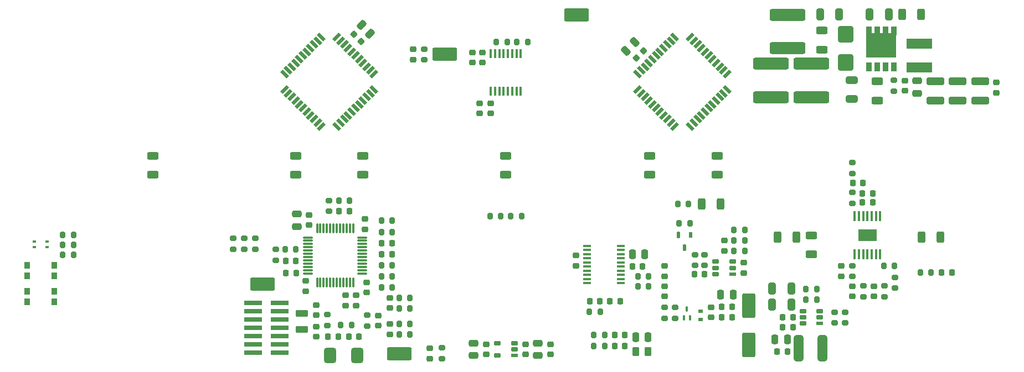
<source format=gtp>
%TF.GenerationSoftware,KiCad,Pcbnew,8.0.5*%
%TF.CreationDate,2024-10-12T21:51:14-07:00*%
%TF.ProjectId,STM32_Nixie,53544d33-325f-44e6-9978-69652e6b6963,rev?*%
%TF.SameCoordinates,Original*%
%TF.FileFunction,Paste,Top*%
%TF.FilePolarity,Positive*%
%FSLAX46Y46*%
G04 Gerber Fmt 4.6, Leading zero omitted, Abs format (unit mm)*
G04 Created by KiCad (PCBNEW 8.0.5) date 2024-10-12 21:51:14*
%MOMM*%
%LPD*%
G01*
G04 APERTURE LIST*
G04 Aperture macros list*
%AMRoundRect*
0 Rectangle with rounded corners*
0 $1 Rounding radius*
0 $2 $3 $4 $5 $6 $7 $8 $9 X,Y pos of 4 corners*
0 Add a 4 corners polygon primitive as box body*
4,1,4,$2,$3,$4,$5,$6,$7,$8,$9,$2,$3,0*
0 Add four circle primitives for the rounded corners*
1,1,$1+$1,$2,$3*
1,1,$1+$1,$4,$5*
1,1,$1+$1,$6,$7*
1,1,$1+$1,$8,$9*
0 Add four rect primitives between the rounded corners*
20,1,$1+$1,$2,$3,$4,$5,0*
20,1,$1+$1,$4,$5,$6,$7,0*
20,1,$1+$1,$6,$7,$8,$9,0*
20,1,$1+$1,$8,$9,$2,$3,0*%
%AMRotRect*
0 Rectangle, with rotation*
0 The origin of the aperture is its center*
0 $1 length*
0 $2 width*
0 $3 Rotation angle, in degrees counterclockwise*
0 Add horizontal line*
21,1,$1,$2,0,0,$3*%
G04 Aperture macros list end*
%ADD10C,0.000000*%
%ADD11RoundRect,0.100000X-0.100000X0.300000X-0.100000X-0.300000X0.100000X-0.300000X0.100000X0.300000X0*%
%ADD12RoundRect,0.250000X-2.450000X0.650000X-2.450000X-0.650000X2.450000X-0.650000X2.450000X0.650000X0*%
%ADD13RoundRect,0.250000X2.450000X-0.650000X2.450000X0.650000X-2.450000X0.650000X-2.450000X-0.650000X0*%
%ADD14RoundRect,0.304500X1.595500X0.710500X-1.595500X0.710500X-1.595500X-0.710500X1.595500X-0.710500X0*%
%ADD15RoundRect,0.304500X-0.710500X1.595500X-0.710500X-1.595500X0.710500X-1.595500X0.710500X1.595500X0*%
%ADD16RoundRect,0.304500X0.710500X-1.595500X0.710500X1.595500X-0.710500X1.595500X-0.710500X-1.595500X0*%
%ADD17RoundRect,0.304500X-1.595500X-0.710500X1.595500X-0.710500X1.595500X0.710500X-1.595500X0.710500X0*%
%ADD18R,4.660000X3.750000*%
%ADD19R,0.850000X1.450000*%
%ADD20RoundRect,0.275000X-0.675000X0.275000X-0.675000X-0.275000X0.675000X-0.275000X0.675000X0.275000X0*%
%ADD21RotRect,0.500800X1.355600X135.000000*%
%ADD22RotRect,0.500800X1.355600X45.000000*%
%ADD23RotRect,0.500800X1.355600X225.000000*%
%ADD24R,0.355600X1.358900*%
%ADD25R,1.200000X0.400000*%
%ADD26RoundRect,0.200000X-0.200000X-0.275000X0.200000X-0.275000X0.200000X0.275000X-0.200000X0.275000X0*%
%ADD27RoundRect,0.200000X0.275000X-0.200000X0.275000X0.200000X-0.275000X0.200000X-0.275000X-0.200000X0*%
%ADD28RoundRect,0.225000X0.225000X0.250000X-0.225000X0.250000X-0.225000X-0.250000X0.225000X-0.250000X0*%
%ADD29RoundRect,0.475000X-0.475000X-0.725000X0.475000X-0.725000X0.475000X0.725000X-0.475000X0.725000X0*%
%ADD30RoundRect,0.225000X-0.250000X0.225000X-0.250000X-0.225000X0.250000X-0.225000X0.250000X0.225000X0*%
%ADD31RoundRect,0.218750X0.256250X-0.218750X0.256250X0.218750X-0.256250X0.218750X-0.256250X-0.218750X0*%
%ADD32RoundRect,0.200000X0.200000X0.275000X-0.200000X0.275000X-0.200000X-0.275000X0.200000X-0.275000X0*%
%ADD33RoundRect,0.225000X0.250000X-0.225000X0.250000X0.225000X-0.250000X0.225000X-0.250000X-0.225000X0*%
%ADD34RoundRect,0.250000X-0.625000X0.312500X-0.625000X-0.312500X0.625000X-0.312500X0.625000X0.312500X0*%
%ADD35RoundRect,0.218750X-0.218750X-0.256250X0.218750X-0.256250X0.218750X0.256250X-0.218750X0.256250X0*%
%ADD36RoundRect,0.218750X-0.256250X0.218750X-0.256250X-0.218750X0.256250X-0.218750X0.256250X0.218750X0*%
%ADD37RoundRect,0.200000X-0.275000X0.200000X-0.275000X-0.200000X0.275000X-0.200000X0.275000X0.200000X0*%
%ADD38RoundRect,0.250000X0.312500X0.625000X-0.312500X0.625000X-0.312500X-0.625000X0.312500X-0.625000X0*%
%ADD39RoundRect,0.250000X0.250000X0.475000X-0.250000X0.475000X-0.250000X-0.475000X0.250000X-0.475000X0*%
%ADD40RoundRect,0.225000X-0.225000X-0.250000X0.225000X-0.250000X0.225000X0.250000X-0.225000X0.250000X0*%
%ADD41R,2.790000X0.740000*%
%ADD42RoundRect,0.148000X-1.247000X0.222000X-1.247000X-0.222000X1.247000X-0.222000X1.247000X0.222000X0*%
%ADD43RoundRect,0.250000X0.475000X-0.250000X0.475000X0.250000X-0.475000X0.250000X-0.475000X-0.250000X0*%
%ADD44RoundRect,0.250000X-0.650000X0.325000X-0.650000X-0.325000X0.650000X-0.325000X0.650000X0.325000X0*%
%ADD45RoundRect,0.250000X0.262500X0.450000X-0.262500X0.450000X-0.262500X-0.450000X0.262500X-0.450000X0*%
%ADD46R,4.000000X1.500000*%
%ADD47R,0.800000X0.550000*%
%ADD48RoundRect,0.250000X0.625000X-0.312500X0.625000X0.312500X-0.625000X0.312500X-0.625000X-0.312500X0*%
%ADD49RoundRect,0.375000X-0.375000X-1.625000X0.375000X-1.625000X0.375000X1.625000X-0.375000X1.625000X0*%
%ADD50RoundRect,0.250000X-1.100000X0.325000X-1.100000X-0.325000X1.100000X-0.325000X1.100000X0.325000X0*%
%ADD51R,1.100000X0.600000*%
%ADD52RoundRect,0.150000X0.400000X0.150000X-0.400000X0.150000X-0.400000X-0.150000X0.400000X-0.150000X0*%
%ADD53RoundRect,0.250000X-0.475000X0.250000X-0.475000X-0.250000X0.475000X-0.250000X0.475000X0.250000X0*%
%ADD54RoundRect,0.250000X-0.250000X-0.475000X0.250000X-0.475000X0.250000X0.475000X-0.250000X0.475000X0*%
%ADD55RoundRect,0.250000X-0.325000X-0.650000X0.325000X-0.650000X0.325000X0.650000X-0.325000X0.650000X0*%
%ADD56R,0.449999X1.500000*%
%ADD57R,0.584200X0.457200*%
%ADD58R,0.900000X1.000000*%
%ADD59RoundRect,0.250000X-0.312500X-0.625000X0.312500X-0.625000X0.312500X0.625000X-0.312500X0.625000X0*%
%ADD60RoundRect,0.250000X0.159099X-0.512652X0.512652X-0.159099X-0.159099X0.512652X-0.512652X0.159099X0*%
%ADD61RoundRect,0.075000X0.075000X-0.662500X0.075000X0.662500X-0.075000X0.662500X-0.075000X-0.662500X0*%
%ADD62RoundRect,0.075000X0.662500X-0.075000X0.662500X0.075000X-0.662500X0.075000X-0.662500X-0.075000X0*%
%ADD63RoundRect,0.250000X0.325000X0.650000X-0.325000X0.650000X-0.325000X-0.650000X0.325000X-0.650000X0*%
%ADD64RoundRect,0.218750X0.218750X0.256250X-0.218750X0.256250X-0.218750X-0.256250X0.218750X-0.256250X0*%
%ADD65R,0.560000X0.950000*%
%ADD66RoundRect,0.140000X-0.140000X0.335000X-0.140000X-0.335000X0.140000X-0.335000X0.140000X0.335000X0*%
%ADD67RoundRect,0.225000X0.017678X-0.335876X0.335876X-0.017678X-0.017678X0.335876X-0.335876X0.017678X0*%
%ADD68RoundRect,0.250000X-0.512652X-0.159099X-0.159099X-0.512652X0.512652X0.159099X0.159099X0.512652X0*%
%ADD69RoundRect,0.225000X-0.335876X-0.017678X-0.017678X-0.335876X0.335876X0.017678X0.017678X0.335876X0*%
%ADD70RoundRect,0.250000X0.900000X-1.000000X0.900000X1.000000X-0.900000X1.000000X-0.900000X-1.000000X0*%
G04 APERTURE END LIST*
D10*
%TO.C,U6*%
G36*
X208730000Y-96839999D02*
G01*
X208730000Y-98560001D01*
X208680000Y-98610001D01*
X205920000Y-98610001D01*
X205870000Y-98560001D01*
X205870000Y-96839999D01*
X205920000Y-96789999D01*
X208680000Y-96789999D01*
X208730000Y-96839999D01*
G37*
%TD*%
D11*
%TO.C,D4*%
X179200000Y-110400000D03*
X180200000Y-110400000D03*
X179700000Y-109000000D03*
%TD*%
D12*
%TO.C,C44*%
X198700000Y-71450000D03*
X198700000Y-76550000D03*
%TD*%
%TO.C,C45*%
X192500000Y-71450000D03*
X192500000Y-76550000D03*
%TD*%
D13*
%TO.C,C46*%
X195100000Y-69050000D03*
X195100000Y-63950000D03*
%TD*%
D14*
%TO.C,TP3*%
X135700000Y-115900000D03*
%TD*%
D15*
%TO.C,TP5*%
X189100000Y-108500000D03*
%TD*%
D16*
%TO.C,TP6*%
X189100000Y-114500000D03*
%TD*%
D17*
%TO.C,TP4*%
X162800000Y-64000000D03*
%TD*%
%TO.C,TP2*%
X142700000Y-70000000D03*
%TD*%
%TO.C,TP1*%
X114800000Y-105200000D03*
%TD*%
D18*
%TO.C,Q1*%
X209400000Y-68650000D03*
D19*
X207495000Y-66450000D03*
X208765000Y-66450000D03*
X210035000Y-66450000D03*
X211305000Y-66450000D03*
X211305000Y-71950000D03*
X207495000Y-71950000D03*
X208765000Y-71950000D03*
X210035000Y-71950000D03*
%TD*%
D20*
%TO.C,X2*%
X120800000Y-109650000D03*
X120800000Y-112150000D03*
%TD*%
D21*
%TO.C,U1*%
X118156763Y-75386383D03*
X118722449Y-75952069D03*
X119288134Y-76517754D03*
X119853820Y-77083440D03*
X120419504Y-77649124D03*
X120985190Y-78214810D03*
X121550876Y-78780496D03*
X122116560Y-79346180D03*
X122682246Y-79911866D03*
X123247931Y-80477551D03*
X123813617Y-81043237D03*
D22*
X126186383Y-81043237D03*
X126752069Y-80477551D03*
X127317754Y-79911866D03*
X127883440Y-79346180D03*
X128449124Y-78780496D03*
X129014810Y-78214810D03*
X129580496Y-77649124D03*
X130146180Y-77083440D03*
X130711866Y-76517754D03*
X131277551Y-75952069D03*
X131843237Y-75386383D03*
D21*
X131843237Y-73013617D03*
X131277551Y-72447931D03*
X130711866Y-71882246D03*
X130146180Y-71316560D03*
X129580496Y-70750876D03*
X129014810Y-70185190D03*
X128449124Y-69619504D03*
X127883440Y-69053820D03*
X127317754Y-68488134D03*
X126752069Y-67922449D03*
X126186383Y-67356763D03*
D22*
X123813617Y-67356763D03*
X123247931Y-67922449D03*
X122682246Y-68488134D03*
X122116560Y-69053820D03*
X121550876Y-69619504D03*
X120985190Y-70185190D03*
X120419504Y-70750876D03*
X119853820Y-71316560D03*
X119288134Y-71882246D03*
X118722449Y-72447931D03*
X118156763Y-73013617D03*
%TD*%
D23*
%TO.C,U2*%
X180186383Y-81043237D03*
X180752069Y-80477551D03*
X181317754Y-79911866D03*
X181883440Y-79346180D03*
X182449124Y-78780496D03*
X183014810Y-78214810D03*
X183580496Y-77649124D03*
X184146180Y-77083440D03*
X184711866Y-76517754D03*
X185277551Y-75952069D03*
X185843237Y-75386383D03*
D21*
X185843237Y-73013617D03*
X185277551Y-72447931D03*
X184711866Y-71882246D03*
X184146180Y-71316560D03*
X183580496Y-70750876D03*
X183014810Y-70185190D03*
X182449124Y-69619504D03*
X181883440Y-69053820D03*
X181317754Y-68488134D03*
X180752069Y-67922449D03*
X180186383Y-67356763D03*
D23*
X177813617Y-67356763D03*
X177247931Y-67922449D03*
X176682246Y-68488134D03*
X176116560Y-69053820D03*
X175550876Y-69619504D03*
X174985190Y-70185190D03*
X174419504Y-70750876D03*
X173853820Y-71316560D03*
X173288134Y-71882246D03*
X172722449Y-72447931D03*
X172156763Y-73013617D03*
D21*
X172156763Y-75386383D03*
X172722449Y-75952069D03*
X173288134Y-76517754D03*
X173853820Y-77083440D03*
X174419504Y-77649124D03*
X174985190Y-78214810D03*
X175550876Y-78780496D03*
X176116560Y-79346180D03*
X176682246Y-79911866D03*
X177247931Y-80477551D03*
X177813617Y-81043237D03*
%TD*%
D24*
%TO.C,U4*%
X149725001Y-75676550D03*
X150374999Y-75676550D03*
X151025001Y-75676550D03*
X151674999Y-75676550D03*
X152324998Y-75676550D03*
X152974999Y-75676550D03*
X153624998Y-75676550D03*
X154274999Y-75676550D03*
X154274999Y-69923450D03*
X153625001Y-69923450D03*
X152974999Y-69923450D03*
X152325001Y-69923450D03*
X151675002Y-69923450D03*
X151025001Y-69923450D03*
X150375002Y-69923450D03*
X149725001Y-69923450D03*
%TD*%
D25*
%TO.C,U8*%
X164400000Y-99342500D03*
X164400000Y-99977500D03*
X164400000Y-100612500D03*
X164400000Y-101247500D03*
X164400000Y-101882500D03*
X164400000Y-102517500D03*
X164400000Y-103152500D03*
X164400000Y-103787500D03*
X164400000Y-104422500D03*
X164400000Y-105057500D03*
X169600000Y-105057500D03*
X169600000Y-104422500D03*
X169600000Y-103787500D03*
X169600000Y-103152500D03*
X169600000Y-102517500D03*
X169600000Y-101882500D03*
X169600000Y-101247500D03*
X169600000Y-100612500D03*
X169600000Y-99977500D03*
X169600000Y-99342500D03*
%TD*%
D26*
%TO.C,R47*%
X172175000Y-105500000D03*
X173825000Y-105500000D03*
%TD*%
D27*
%TO.C,R42*%
X177900000Y-110425000D03*
X177900000Y-108775000D03*
%TD*%
D28*
%TO.C,C52*%
X186575000Y-108700000D03*
X185025000Y-108700000D03*
%TD*%
D29*
%TO.C,X1*%
X125150000Y-116100000D03*
X129250000Y-116100000D03*
%TD*%
D30*
%TO.C,C27*%
X213000000Y-74025000D03*
X213000000Y-75575000D03*
%TD*%
D31*
%TO.C,D5*%
X185400000Y-100087500D03*
X185400000Y-98512500D03*
%TD*%
D32*
%TO.C,R2*%
X152225000Y-68100000D03*
X150575000Y-68100000D03*
%TD*%
D33*
%TO.C,C56*%
X176300000Y-103975000D03*
X176300000Y-102425000D03*
%TD*%
D34*
%TO.C,R14*%
X174000000Y-85537500D03*
X174000000Y-88462500D03*
%TD*%
D35*
%TO.C,D2*%
X168612500Y-114700000D03*
X170187500Y-114700000D03*
%TD*%
D36*
%TO.C,D9*%
X137800000Y-69212500D03*
X137800000Y-70787500D03*
%TD*%
D34*
%TO.C,R13*%
X152000000Y-85537500D03*
X152000000Y-88462500D03*
%TD*%
D32*
%TO.C,R57*%
X188525000Y-96900000D03*
X186875000Y-96900000D03*
%TD*%
D37*
%TO.C,R27*%
X205000000Y-102375000D03*
X205000000Y-104025000D03*
%TD*%
D30*
%TO.C,C61*%
X162700000Y-100825000D03*
X162700000Y-102375000D03*
%TD*%
D32*
%TO.C,R43*%
X154425000Y-94800000D03*
X152775000Y-94800000D03*
%TD*%
D38*
%TO.C,R45*%
X184862500Y-92900000D03*
X181937500Y-92900000D03*
%TD*%
D31*
%TO.C,FB3*%
X227000000Y-75887500D03*
X227000000Y-74312500D03*
%TD*%
D32*
%TO.C,R37*%
X128125000Y-92400000D03*
X126475000Y-92400000D03*
%TD*%
D37*
%TO.C,R28*%
X205000000Y-86575000D03*
X205000000Y-88225000D03*
%TD*%
D32*
%TO.C,R49*%
X166425000Y-109400000D03*
X164775000Y-109400000D03*
%TD*%
D39*
%TO.C,C53*%
X186750000Y-106800000D03*
X184850000Y-106800000D03*
%TD*%
D26*
%TO.C,R17*%
X197875000Y-107600000D03*
X199525000Y-107600000D03*
%TD*%
D35*
%TO.C,FB5*%
X185012500Y-110300000D03*
X186587500Y-110300000D03*
%TD*%
D32*
%TO.C,R65*%
X134625000Y-104000000D03*
X132975000Y-104000000D03*
%TD*%
D33*
%TO.C,C38*%
X155000000Y-115975000D03*
X155000000Y-114425000D03*
%TD*%
D30*
%TO.C,C18*%
X149675000Y-77525000D03*
X149675000Y-79075000D03*
%TD*%
D37*
%TO.C,R23*%
X211500000Y-104175000D03*
X211500000Y-105825000D03*
%TD*%
D40*
%TO.C,C59*%
X171325000Y-102500000D03*
X172875000Y-102500000D03*
%TD*%
D33*
%TO.C,C41*%
X149000000Y-115975000D03*
X149000000Y-114425000D03*
%TD*%
D35*
%TO.C,D3*%
X168612500Y-113000000D03*
X170187500Y-113000000D03*
%TD*%
D30*
%TO.C,C10*%
X132500000Y-110025000D03*
X132500000Y-111575000D03*
%TD*%
D37*
%TO.C,R68*%
X139500000Y-69175000D03*
X139500000Y-70825000D03*
%TD*%
D34*
%TO.C,R29*%
X208800000Y-74137500D03*
X208800000Y-77062500D03*
%TD*%
D32*
%TO.C,R50*%
X167100000Y-114700000D03*
X165450000Y-114700000D03*
%TD*%
D30*
%TO.C,C36*%
X203300000Y-102425000D03*
X203300000Y-103975000D03*
%TD*%
D41*
%TO.C,J1*%
X113365000Y-108090000D03*
D42*
X117435000Y-108090000D03*
X113365000Y-109360000D03*
X117435000Y-109360000D03*
X113365000Y-110630000D03*
X117435000Y-110630000D03*
X113365000Y-111900000D03*
X117435000Y-111900000D03*
X113365000Y-113170000D03*
X117435000Y-113170000D03*
X113365000Y-114440000D03*
X117435000Y-114440000D03*
X113365000Y-115710000D03*
X117435000Y-115710000D03*
%TD*%
D43*
%TO.C,C11*%
X120075000Y-96350000D03*
X120075000Y-94450000D03*
%TD*%
D30*
%TO.C,C57*%
X176300000Y-105525000D03*
X176300000Y-107075000D03*
%TD*%
D44*
%TO.C,C65*%
X204900000Y-73925000D03*
X204900000Y-76875000D03*
%TD*%
D26*
%TO.C,R36*%
X135675000Y-108900000D03*
X137325000Y-108900000D03*
%TD*%
D45*
%TO.C,R40*%
X173712500Y-115500000D03*
X171887500Y-115500000D03*
%TD*%
D46*
%TO.C,L2*%
X215200000Y-72000000D03*
X215200000Y-68400000D03*
%TD*%
D27*
%TO.C,R34*%
X125000000Y-94025000D03*
X125000000Y-92375000D03*
%TD*%
D47*
%TO.C,D6*%
X181800000Y-110625000D03*
X181800000Y-109375000D03*
%TD*%
D48*
%TO.C,R30*%
X200300000Y-69262500D03*
X200300000Y-66337500D03*
%TD*%
D37*
%TO.C,R25*%
X211300000Y-73975000D03*
X211300000Y-75625000D03*
%TD*%
D26*
%TO.C,R19*%
X209775000Y-102400000D03*
X211425000Y-102400000D03*
%TD*%
D27*
%TO.C,R69*%
X142200000Y-116625000D03*
X142200000Y-114975000D03*
%TD*%
D40*
%TO.C,C7*%
X128025000Y-113200000D03*
X129575000Y-113200000D03*
%TD*%
D49*
%TO.C,L1*%
X196800000Y-115000000D03*
X200400000Y-115000000D03*
%TD*%
D26*
%TO.C,R9*%
X132975000Y-97200000D03*
X134625000Y-97200000D03*
%TD*%
D27*
%TO.C,R54*%
X182400000Y-102325000D03*
X182400000Y-100675000D03*
%TD*%
D50*
%TO.C,C23*%
X224500000Y-74125000D03*
X224500000Y-77075000D03*
%TD*%
D30*
%TO.C,C32*%
X208300000Y-105525000D03*
X208300000Y-107075000D03*
%TD*%
D43*
%TO.C,C42*%
X147100000Y-114250000D03*
X147100000Y-116150000D03*
%TD*%
D32*
%TO.C,R8*%
X119925000Y-99900000D03*
X118275000Y-99900000D03*
%TD*%
D39*
%TO.C,C21*%
X195050000Y-113700000D03*
X193150000Y-113700000D03*
%TD*%
D32*
%TO.C,R56*%
X180125000Y-95900000D03*
X178475000Y-95900000D03*
%TD*%
%TO.C,R51*%
X167100000Y-113000000D03*
X165450000Y-113000000D03*
%TD*%
D34*
%TO.C,R3*%
X184300000Y-85537500D03*
X184300000Y-88462500D03*
%TD*%
D43*
%TO.C,C37*%
X156900000Y-116150000D03*
X156900000Y-114250000D03*
%TD*%
D32*
%TO.C,R20*%
X134625000Y-95500000D03*
X132975000Y-95500000D03*
%TD*%
D33*
%TO.C,C12*%
X121875000Y-96175000D03*
X121875000Y-94625000D03*
%TD*%
D40*
%TO.C,C62*%
X167925000Y-107800000D03*
X169475000Y-107800000D03*
%TD*%
D26*
%TO.C,R58*%
X84275000Y-97700000D03*
X85925000Y-97700000D03*
%TD*%
D51*
%TO.C,U5*%
X200000000Y-111250000D03*
D52*
X200000000Y-110300000D03*
X200000000Y-109350000D03*
X197400000Y-109350000D03*
X197400000Y-110300000D03*
X197400000Y-111250000D03*
%TD*%
D35*
%TO.C,FB2*%
X193475000Y-115500000D03*
X195050000Y-115500000D03*
%TD*%
D26*
%TO.C,R67*%
X215375000Y-103400000D03*
X217025000Y-103400000D03*
%TD*%
D30*
%TO.C,C15*%
X129100000Y-106925000D03*
X129100000Y-108475000D03*
%TD*%
%TO.C,C16*%
X127500000Y-106925000D03*
X127500000Y-108475000D03*
%TD*%
D53*
%TO.C,C26*%
X214900000Y-74050000D03*
X214900000Y-75950000D03*
%TD*%
D26*
%TO.C,R21*%
X197875000Y-106000000D03*
X199525000Y-106000000D03*
%TD*%
D37*
%TO.C,R26*%
X205000000Y-91175000D03*
X205000000Y-92825000D03*
%TD*%
D50*
%TO.C,C25*%
X217700000Y-74125000D03*
X217700000Y-77075000D03*
%TD*%
D32*
%TO.C,R66*%
X134625000Y-102300000D03*
X132975000Y-102300000D03*
%TD*%
D27*
%TO.C,R55*%
X180900000Y-102325000D03*
X180900000Y-100675000D03*
%TD*%
D54*
%TO.C,C60*%
X171350000Y-100600000D03*
X173250000Y-100600000D03*
%TD*%
D28*
%TO.C,C31*%
X208075000Y-92700000D03*
X206525000Y-92700000D03*
%TD*%
D40*
%TO.C,C35*%
X205025000Y-89700000D03*
X206575000Y-89700000D03*
%TD*%
D55*
%TO.C,C40*%
X207625000Y-63900000D03*
X210575000Y-63900000D03*
%TD*%
D26*
%TO.C,R39*%
X135675000Y-107300000D03*
X137325000Y-107300000D03*
%TD*%
%TO.C,R35*%
X135675000Y-112900000D03*
X137325000Y-112900000D03*
%TD*%
D33*
%TO.C,C51*%
X183400000Y-110275000D03*
X183400000Y-108725000D03*
%TD*%
D51*
%TO.C,U9*%
X186700000Y-103650000D03*
D52*
X186700000Y-102700000D03*
X186700000Y-101750000D03*
X184100000Y-101750000D03*
X184100000Y-102700000D03*
X184100000Y-103650000D03*
%TD*%
D28*
%TO.C,C22*%
X195875000Y-111800000D03*
X194325000Y-111800000D03*
%TD*%
D33*
%TO.C,C63*%
X188400000Y-103475000D03*
X188400000Y-101925000D03*
%TD*%
D27*
%TO.C,R41*%
X176300000Y-110425000D03*
X176300000Y-108775000D03*
%TD*%
D26*
%TO.C,R59*%
X84275000Y-99200000D03*
X85925000Y-99200000D03*
%TD*%
D50*
%TO.C,C24*%
X221100000Y-74125000D03*
X221100000Y-77075000D03*
%TD*%
D56*
%TO.C,U6*%
X209250001Y-94800001D03*
X208600000Y-94800001D03*
X207950001Y-94800001D03*
X207300000Y-94800001D03*
X206649999Y-94800001D03*
X206000000Y-94800001D03*
X205349999Y-94800001D03*
X205349999Y-100599999D03*
X206000000Y-100599999D03*
X206649999Y-100599999D03*
X207300000Y-100599999D03*
X207950001Y-100599999D03*
X208600000Y-100599999D03*
X209250001Y-100599999D03*
%TD*%
D26*
%TO.C,R60*%
X84275000Y-100700000D03*
X85925000Y-100700000D03*
%TD*%
D37*
%TO.C,R24*%
X209900000Y-105475000D03*
X209900000Y-107125000D03*
%TD*%
D57*
%TO.C,D7*%
X81865200Y-98650001D03*
X81865200Y-99549999D03*
X79934800Y-99549999D03*
X79934800Y-98650001D03*
%TD*%
D34*
%TO.C,R31*%
X198700000Y-97737500D03*
X198700000Y-100662500D03*
%TD*%
D27*
%TO.C,R63*%
X110300000Y-99825000D03*
X110300000Y-98175000D03*
%TD*%
D58*
%TO.C,S1*%
X78850000Y-103900000D03*
X78850000Y-102300000D03*
X82950000Y-102300000D03*
X82950000Y-103900000D03*
%TD*%
D32*
%TO.C,R44*%
X151225000Y-94800000D03*
X149575000Y-94800000D03*
%TD*%
D59*
%TO.C,R15*%
X193537500Y-98000000D03*
X196462500Y-98000000D03*
%TD*%
D60*
%TO.C,C2*%
X170328249Y-69471751D03*
X171671751Y-68128249D03*
%TD*%
D59*
%TO.C,R70*%
X212575000Y-63900000D03*
X215500000Y-63900000D03*
%TD*%
D61*
%TO.C,U3*%
X123150000Y-104962500D03*
X123650000Y-104962500D03*
X124150000Y-104962500D03*
X124650000Y-104962500D03*
X125150000Y-104962500D03*
X125650000Y-104962500D03*
X126150000Y-104962500D03*
X126650000Y-104962500D03*
X127150000Y-104962500D03*
X127650000Y-104962500D03*
X128150000Y-104962500D03*
X128650000Y-104962500D03*
D62*
X130062500Y-103550000D03*
X130062500Y-103050000D03*
X130062500Y-102550000D03*
X130062500Y-102050000D03*
X130062500Y-101550000D03*
X130062500Y-101050000D03*
X130062500Y-100550000D03*
X130062500Y-100050000D03*
X130062500Y-99550000D03*
X130062500Y-99050000D03*
X130062500Y-98550000D03*
X130062500Y-98050000D03*
D61*
X128650000Y-96637500D03*
X128150000Y-96637500D03*
X127650000Y-96637500D03*
X127150000Y-96637500D03*
X126650000Y-96637500D03*
X126150000Y-96637500D03*
X125650000Y-96637500D03*
X125150000Y-96637500D03*
X124650000Y-96637500D03*
X124150000Y-96637500D03*
X123650000Y-96637500D03*
X123150000Y-96637500D03*
D62*
X121737500Y-98050000D03*
X121737500Y-98550000D03*
X121737500Y-99050000D03*
X121737500Y-99550000D03*
X121737500Y-100050000D03*
X121737500Y-100550000D03*
X121737500Y-101050000D03*
X121737500Y-101550000D03*
X121737500Y-102050000D03*
X121737500Y-102550000D03*
X121737500Y-103050000D03*
X121737500Y-103550000D03*
%TD*%
D63*
%TO.C,C39*%
X202975000Y-63900000D03*
X200025000Y-63900000D03*
%TD*%
D64*
%TO.C,D8*%
X220187500Y-103400000D03*
X218612500Y-103400000D03*
%TD*%
D58*
%TO.C,S2*%
X82950000Y-106300000D03*
X82950000Y-107900000D03*
X78850000Y-107900000D03*
X78850000Y-106300000D03*
%TD*%
D30*
%TO.C,C34*%
X205000000Y-105525000D03*
X205000000Y-107075000D03*
%TD*%
D26*
%TO.C,R6*%
X126775000Y-111500000D03*
X128425000Y-111500000D03*
%TD*%
D27*
%TO.C,R62*%
X112000000Y-99825000D03*
X112000000Y-98175000D03*
%TD*%
D34*
%TO.C,R11*%
X98000000Y-85537500D03*
X98000000Y-88462500D03*
%TD*%
D28*
%TO.C,C47*%
X128075000Y-94000000D03*
X126525000Y-94000000D03*
%TD*%
D32*
%TO.C,R64*%
X134625000Y-105700000D03*
X132975000Y-105700000D03*
%TD*%
D30*
%TO.C,C19*%
X148400000Y-69725000D03*
X148400000Y-71275000D03*
%TD*%
D28*
%TO.C,C13*%
X119950000Y-103500000D03*
X118400000Y-103500000D03*
%TD*%
D37*
%TO.C,R5*%
X116800000Y-99875000D03*
X116800000Y-101525000D03*
%TD*%
D63*
%TO.C,C30*%
X195650000Y-105900000D03*
X192700000Y-105900000D03*
%TD*%
D37*
%TO.C,R22*%
X202300000Y-109475000D03*
X202300000Y-111125000D03*
%TD*%
%TO.C,R7*%
X124700000Y-109875000D03*
X124700000Y-111525000D03*
%TD*%
D33*
%TO.C,C6*%
X123000000Y-109975000D03*
X123000000Y-108425000D03*
%TD*%
D36*
%TO.C,FB4*%
X158800000Y-114412500D03*
X158800000Y-115987500D03*
%TD*%
D33*
%TO.C,C14*%
X130500000Y-96775000D03*
X130500000Y-95225000D03*
%TD*%
D31*
%TO.C,D10*%
X140400000Y-116587500D03*
X140400000Y-115012500D03*
%TD*%
D28*
%TO.C,C28*%
X195875001Y-110300000D03*
X194325001Y-110300000D03*
%TD*%
D40*
%TO.C,C55*%
X133025000Y-98900000D03*
X134575000Y-98900000D03*
%TD*%
D37*
%TO.C,R33*%
X206700000Y-105475000D03*
X206700000Y-107125000D03*
%TD*%
D65*
%TO.C,Q2*%
X180250000Y-97625000D03*
D66*
X178350000Y-97625000D03*
X179300000Y-99575000D03*
%TD*%
D32*
%TO.C,R52*%
X188525000Y-100100000D03*
X186875000Y-100100000D03*
%TD*%
D30*
%TO.C,C49*%
X134300000Y-107325000D03*
X134300000Y-108875000D03*
%TD*%
D34*
%TO.C,R12*%
X119900000Y-85537500D03*
X119900000Y-88462500D03*
%TD*%
D28*
%TO.C,C5*%
X126375000Y-113200000D03*
X124825000Y-113200000D03*
%TD*%
%TO.C,C9*%
X119875000Y-101600000D03*
X118325000Y-101600000D03*
%TD*%
D67*
%TO.C,C4*%
X171951992Y-70548008D03*
X173048008Y-69451992D03*
%TD*%
D59*
%TO.C,R16*%
X215537500Y-98000000D03*
X218462500Y-98000000D03*
%TD*%
D34*
%TO.C,R4*%
X130100000Y-85537500D03*
X130100000Y-88462500D03*
%TD*%
D37*
%TO.C,R18*%
X203900000Y-109475000D03*
X203900000Y-111125000D03*
%TD*%
D63*
%TO.C,C29*%
X195650000Y-108300000D03*
X192700000Y-108300000D03*
%TD*%
D26*
%TO.C,R53*%
X186875000Y-98500000D03*
X188525000Y-98500000D03*
%TD*%
D32*
%TO.C,R46*%
X179950000Y-92900000D03*
X178300000Y-92900000D03*
%TD*%
D30*
%TO.C,C48*%
X134300000Y-111325000D03*
X134300000Y-112875000D03*
%TD*%
D68*
%TO.C,C1*%
X129928249Y-65528249D03*
X131271751Y-66871751D03*
%TD*%
D30*
%TO.C,C17*%
X148000000Y-77525000D03*
X148000000Y-79075000D03*
%TD*%
D28*
%TO.C,C58*%
X166375000Y-107800000D03*
X164825000Y-107800000D03*
%TD*%
D69*
%TO.C,C3*%
X128751992Y-66951992D03*
X129848008Y-68048008D03*
%TD*%
D54*
%TO.C,C50*%
X171850000Y-113300000D03*
X173750000Y-113300000D03*
%TD*%
D30*
%TO.C,C8*%
X123000000Y-111725000D03*
X123000000Y-113275000D03*
%TD*%
D27*
%TO.C,R61*%
X113700000Y-99825000D03*
X113700000Y-98175000D03*
%TD*%
D30*
%TO.C,C20*%
X146900000Y-69725000D03*
X146900000Y-71275000D03*
%TD*%
D33*
%TO.C,C43*%
X121400000Y-106275000D03*
X121400000Y-104725000D03*
%TD*%
D70*
%TO.C,D1*%
X204000000Y-71250000D03*
X204000000Y-66950000D03*
%TD*%
D51*
%TO.C,U7*%
X153300000Y-116150000D03*
D52*
X153300000Y-115200000D03*
X153300000Y-114250000D03*
X150700000Y-114250000D03*
X150700000Y-116150000D03*
%TD*%
D32*
%TO.C,R1*%
X155325000Y-68100000D03*
X153675000Y-68100000D03*
%TD*%
D28*
%TO.C,C64*%
X182375000Y-103700000D03*
X180825000Y-103700000D03*
%TD*%
D27*
%TO.C,R10*%
X130800000Y-111625000D03*
X130800000Y-109975000D03*
%TD*%
D28*
%TO.C,C33*%
X208075000Y-91300000D03*
X206525000Y-91300000D03*
%TD*%
D26*
%TO.C,R38*%
X135675000Y-111300000D03*
X137325000Y-111300000D03*
%TD*%
D36*
%TO.C,FB1*%
X130700000Y-104912500D03*
X130700000Y-106487500D03*
%TD*%
D40*
%TO.C,C54*%
X133025000Y-100600000D03*
X134575000Y-100600000D03*
%TD*%
D26*
%TO.C,R48*%
X172175000Y-104000000D03*
X173825000Y-104000000D03*
%TD*%
M02*

</source>
